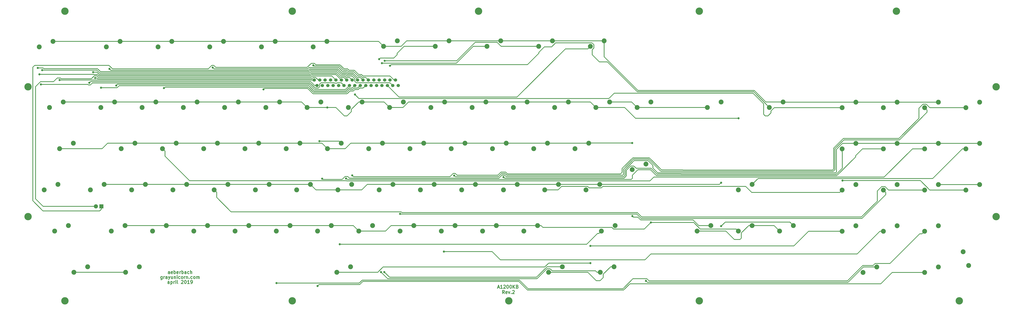
<source format=gbr>
G04 #@! TF.GenerationSoftware,KiCad,Pcbnew,(5.1.0-0)*
G04 #@! TF.CreationDate,2019-04-14T21:30:17+10:00*
G04 #@! TF.ProjectId,A1200KB,41313230-304b-4422-9e6b-696361645f70,rev?*
G04 #@! TF.SameCoordinates,Original*
G04 #@! TF.FileFunction,Copper,L1,Top*
G04 #@! TF.FilePolarity,Positive*
%FSLAX46Y46*%
G04 Gerber Fmt 4.6, Leading zero omitted, Abs format (unit mm)*
G04 Created by KiCad (PCBNEW (5.1.0-0)) date 2019-04-14 21:30:17*
%MOMM*%
%LPD*%
G04 APERTURE LIST*
%ADD10C,0.300000*%
%ADD11C,2.250000*%
%ADD12C,3.400000*%
%ADD13C,1.524000*%
%ADD14C,1.905000*%
%ADD15R,1.905000X1.905000*%
%ADD16C,1.000000*%
%ADD17C,0.350000*%
G04 APERTURE END LIST*
D10*
X237988571Y-148658571D02*
X237488571Y-147944285D01*
X237131428Y-148658571D02*
X237131428Y-147158571D01*
X237702857Y-147158571D01*
X237845714Y-147230000D01*
X237917142Y-147301428D01*
X237988571Y-147444285D01*
X237988571Y-147658571D01*
X237917142Y-147801428D01*
X237845714Y-147872857D01*
X237702857Y-147944285D01*
X237131428Y-147944285D01*
X239202857Y-148587142D02*
X239060000Y-148658571D01*
X238774285Y-148658571D01*
X238631428Y-148587142D01*
X238560000Y-148444285D01*
X238560000Y-147872857D01*
X238631428Y-147730000D01*
X238774285Y-147658571D01*
X239060000Y-147658571D01*
X239202857Y-147730000D01*
X239274285Y-147872857D01*
X239274285Y-148015714D01*
X238560000Y-148158571D01*
X239774285Y-147658571D02*
X240131428Y-148658571D01*
X240488571Y-147658571D01*
X241060000Y-148515714D02*
X241131428Y-148587142D01*
X241060000Y-148658571D01*
X240988571Y-148587142D01*
X241060000Y-148515714D01*
X241060000Y-148658571D01*
X241702857Y-147301428D02*
X241774285Y-147230000D01*
X241917142Y-147158571D01*
X242274285Y-147158571D01*
X242417142Y-147230000D01*
X242488571Y-147301428D01*
X242560000Y-147444285D01*
X242560000Y-147587142D01*
X242488571Y-147801428D01*
X241631428Y-148658571D01*
X242560000Y-148658571D01*
X234885714Y-145770000D02*
X235600000Y-145770000D01*
X234742857Y-146198571D02*
X235242857Y-144698571D01*
X235742857Y-146198571D01*
X237028571Y-146198571D02*
X236171428Y-146198571D01*
X236600000Y-146198571D02*
X236600000Y-144698571D01*
X236457142Y-144912857D01*
X236314285Y-145055714D01*
X236171428Y-145127142D01*
X237600000Y-144841428D02*
X237671428Y-144770000D01*
X237814285Y-144698571D01*
X238171428Y-144698571D01*
X238314285Y-144770000D01*
X238385714Y-144841428D01*
X238457142Y-144984285D01*
X238457142Y-145127142D01*
X238385714Y-145341428D01*
X237528571Y-146198571D01*
X238457142Y-146198571D01*
X239385714Y-144698571D02*
X239528571Y-144698571D01*
X239671428Y-144770000D01*
X239742857Y-144841428D01*
X239814285Y-144984285D01*
X239885714Y-145270000D01*
X239885714Y-145627142D01*
X239814285Y-145912857D01*
X239742857Y-146055714D01*
X239671428Y-146127142D01*
X239528571Y-146198571D01*
X239385714Y-146198571D01*
X239242857Y-146127142D01*
X239171428Y-146055714D01*
X239100000Y-145912857D01*
X239028571Y-145627142D01*
X239028571Y-145270000D01*
X239100000Y-144984285D01*
X239171428Y-144841428D01*
X239242857Y-144770000D01*
X239385714Y-144698571D01*
X240814285Y-144698571D02*
X240957142Y-144698571D01*
X241100000Y-144770000D01*
X241171428Y-144841428D01*
X241242857Y-144984285D01*
X241314285Y-145270000D01*
X241314285Y-145627142D01*
X241242857Y-145912857D01*
X241171428Y-146055714D01*
X241100000Y-146127142D01*
X240957142Y-146198571D01*
X240814285Y-146198571D01*
X240671428Y-146127142D01*
X240600000Y-146055714D01*
X240528571Y-145912857D01*
X240457142Y-145627142D01*
X240457142Y-145270000D01*
X240528571Y-144984285D01*
X240600000Y-144841428D01*
X240671428Y-144770000D01*
X240814285Y-144698571D01*
X241957142Y-146198571D02*
X241957142Y-144698571D01*
X242814285Y-146198571D02*
X242171428Y-145341428D01*
X242814285Y-144698571D02*
X241957142Y-145555714D01*
X243957142Y-145412857D02*
X244171428Y-145484285D01*
X244242857Y-145555714D01*
X244314285Y-145698571D01*
X244314285Y-145912857D01*
X244242857Y-146055714D01*
X244171428Y-146127142D01*
X244028571Y-146198571D01*
X243457142Y-146198571D01*
X243457142Y-144698571D01*
X243957142Y-144698571D01*
X244100000Y-144770000D01*
X244171428Y-144841428D01*
X244242857Y-144984285D01*
X244242857Y-145127142D01*
X244171428Y-145270000D01*
X244100000Y-145341428D01*
X243957142Y-145412857D01*
X243457142Y-145412857D01*
X83202000Y-143994571D02*
X83202000Y-143208857D01*
X83130571Y-143066000D01*
X82987714Y-142994571D01*
X82702000Y-142994571D01*
X82559142Y-143066000D01*
X83202000Y-143923142D02*
X83059142Y-143994571D01*
X82702000Y-143994571D01*
X82559142Y-143923142D01*
X82487714Y-143780285D01*
X82487714Y-143637428D01*
X82559142Y-143494571D01*
X82702000Y-143423142D01*
X83059142Y-143423142D01*
X83202000Y-143351714D01*
X83916285Y-142994571D02*
X83916285Y-144494571D01*
X83916285Y-143066000D02*
X84059142Y-142994571D01*
X84344857Y-142994571D01*
X84487714Y-143066000D01*
X84559142Y-143137428D01*
X84630571Y-143280285D01*
X84630571Y-143708857D01*
X84559142Y-143851714D01*
X84487714Y-143923142D01*
X84344857Y-143994571D01*
X84059142Y-143994571D01*
X83916285Y-143923142D01*
X85273428Y-143994571D02*
X85273428Y-142994571D01*
X85273428Y-143280285D02*
X85344857Y-143137428D01*
X85416285Y-143066000D01*
X85559142Y-142994571D01*
X85702000Y-142994571D01*
X86202000Y-143994571D02*
X86202000Y-142994571D01*
X86202000Y-142494571D02*
X86130571Y-142566000D01*
X86202000Y-142637428D01*
X86273428Y-142566000D01*
X86202000Y-142494571D01*
X86202000Y-142637428D01*
X87130571Y-143994571D02*
X86987714Y-143923142D01*
X86916285Y-143780285D01*
X86916285Y-142494571D01*
X88773428Y-142637428D02*
X88844857Y-142566000D01*
X88987714Y-142494571D01*
X89344857Y-142494571D01*
X89487714Y-142566000D01*
X89559142Y-142637428D01*
X89630571Y-142780285D01*
X89630571Y-142923142D01*
X89559142Y-143137428D01*
X88702000Y-143994571D01*
X89630571Y-143994571D01*
X90559142Y-142494571D02*
X90702000Y-142494571D01*
X90844857Y-142566000D01*
X90916285Y-142637428D01*
X90987714Y-142780285D01*
X91059142Y-143066000D01*
X91059142Y-143423142D01*
X90987714Y-143708857D01*
X90916285Y-143851714D01*
X90844857Y-143923142D01*
X90702000Y-143994571D01*
X90559142Y-143994571D01*
X90416285Y-143923142D01*
X90344857Y-143851714D01*
X90273428Y-143708857D01*
X90202000Y-143423142D01*
X90202000Y-143066000D01*
X90273428Y-142780285D01*
X90344857Y-142637428D01*
X90416285Y-142566000D01*
X90559142Y-142494571D01*
X92487714Y-143994571D02*
X91630571Y-143994571D01*
X92059142Y-143994571D02*
X92059142Y-142494571D01*
X91916285Y-142708857D01*
X91773428Y-142851714D01*
X91630571Y-142923142D01*
X93202000Y-143994571D02*
X93487714Y-143994571D01*
X93630571Y-143923142D01*
X93702000Y-143851714D01*
X93844857Y-143637428D01*
X93916285Y-143351714D01*
X93916285Y-142780285D01*
X93844857Y-142637428D01*
X93773428Y-142566000D01*
X93630571Y-142494571D01*
X93344857Y-142494571D01*
X93202000Y-142566000D01*
X93130571Y-142637428D01*
X93059142Y-142780285D01*
X93059142Y-143137428D01*
X93130571Y-143280285D01*
X93202000Y-143351714D01*
X93344857Y-143423142D01*
X93630571Y-143423142D01*
X93773428Y-143351714D01*
X93844857Y-143280285D01*
X93916285Y-143137428D01*
X79952000Y-140708571D02*
X79952000Y-141922857D01*
X79880571Y-142065714D01*
X79809142Y-142137142D01*
X79666285Y-142208571D01*
X79452000Y-142208571D01*
X79309142Y-142137142D01*
X79952000Y-141637142D02*
X79809142Y-141708571D01*
X79523428Y-141708571D01*
X79380571Y-141637142D01*
X79309142Y-141565714D01*
X79237714Y-141422857D01*
X79237714Y-140994285D01*
X79309142Y-140851428D01*
X79380571Y-140780000D01*
X79523428Y-140708571D01*
X79809142Y-140708571D01*
X79952000Y-140780000D01*
X80666285Y-141708571D02*
X80666285Y-140708571D01*
X80666285Y-140994285D02*
X80737714Y-140851428D01*
X80809142Y-140780000D01*
X80952000Y-140708571D01*
X81094857Y-140708571D01*
X82237714Y-141708571D02*
X82237714Y-140922857D01*
X82166285Y-140780000D01*
X82023428Y-140708571D01*
X81737714Y-140708571D01*
X81594857Y-140780000D01*
X82237714Y-141637142D02*
X82094857Y-141708571D01*
X81737714Y-141708571D01*
X81594857Y-141637142D01*
X81523428Y-141494285D01*
X81523428Y-141351428D01*
X81594857Y-141208571D01*
X81737714Y-141137142D01*
X82094857Y-141137142D01*
X82237714Y-141065714D01*
X82809142Y-140708571D02*
X83166285Y-141708571D01*
X83523428Y-140708571D02*
X83166285Y-141708571D01*
X83023428Y-142065714D01*
X82952000Y-142137142D01*
X82809142Y-142208571D01*
X84737714Y-140708571D02*
X84737714Y-141708571D01*
X84094857Y-140708571D02*
X84094857Y-141494285D01*
X84166285Y-141637142D01*
X84309142Y-141708571D01*
X84523428Y-141708571D01*
X84666285Y-141637142D01*
X84737714Y-141565714D01*
X85452000Y-140708571D02*
X85452000Y-141708571D01*
X85452000Y-140851428D02*
X85523428Y-140780000D01*
X85666285Y-140708571D01*
X85880571Y-140708571D01*
X86023428Y-140780000D01*
X86094857Y-140922857D01*
X86094857Y-141708571D01*
X86809142Y-141708571D02*
X86809142Y-140708571D01*
X86809142Y-140208571D02*
X86737714Y-140280000D01*
X86809142Y-140351428D01*
X86880571Y-140280000D01*
X86809142Y-140208571D01*
X86809142Y-140351428D01*
X88166285Y-141637142D02*
X88023428Y-141708571D01*
X87737714Y-141708571D01*
X87594857Y-141637142D01*
X87523428Y-141565714D01*
X87452000Y-141422857D01*
X87452000Y-140994285D01*
X87523428Y-140851428D01*
X87594857Y-140780000D01*
X87737714Y-140708571D01*
X88023428Y-140708571D01*
X88166285Y-140780000D01*
X89023428Y-141708571D02*
X88880571Y-141637142D01*
X88809142Y-141565714D01*
X88737714Y-141422857D01*
X88737714Y-140994285D01*
X88809142Y-140851428D01*
X88880571Y-140780000D01*
X89023428Y-140708571D01*
X89237714Y-140708571D01*
X89380571Y-140780000D01*
X89452000Y-140851428D01*
X89523428Y-140994285D01*
X89523428Y-141422857D01*
X89452000Y-141565714D01*
X89380571Y-141637142D01*
X89237714Y-141708571D01*
X89023428Y-141708571D01*
X90166285Y-141708571D02*
X90166285Y-140708571D01*
X90166285Y-140994285D02*
X90237714Y-140851428D01*
X90309142Y-140780000D01*
X90452000Y-140708571D01*
X90594857Y-140708571D01*
X91094857Y-140708571D02*
X91094857Y-141708571D01*
X91094857Y-140851428D02*
X91166285Y-140780000D01*
X91309142Y-140708571D01*
X91523428Y-140708571D01*
X91666285Y-140780000D01*
X91737714Y-140922857D01*
X91737714Y-141708571D01*
X92452000Y-141565714D02*
X92523428Y-141637142D01*
X92452000Y-141708571D01*
X92380571Y-141637142D01*
X92452000Y-141565714D01*
X92452000Y-141708571D01*
X93809142Y-141637142D02*
X93666285Y-141708571D01*
X93380571Y-141708571D01*
X93237714Y-141637142D01*
X93166285Y-141565714D01*
X93094857Y-141422857D01*
X93094857Y-140994285D01*
X93166285Y-140851428D01*
X93237714Y-140780000D01*
X93380571Y-140708571D01*
X93666285Y-140708571D01*
X93809142Y-140780000D01*
X94666285Y-141708571D02*
X94523428Y-141637142D01*
X94452000Y-141565714D01*
X94380571Y-141422857D01*
X94380571Y-140994285D01*
X94452000Y-140851428D01*
X94523428Y-140780000D01*
X94666285Y-140708571D01*
X94880571Y-140708571D01*
X95023428Y-140780000D01*
X95094857Y-140851428D01*
X95166285Y-140994285D01*
X95166285Y-141422857D01*
X95094857Y-141565714D01*
X95023428Y-141637142D01*
X94880571Y-141708571D01*
X94666285Y-141708571D01*
X95809142Y-141708571D02*
X95809142Y-140708571D01*
X95809142Y-140851428D02*
X95880571Y-140780000D01*
X96023428Y-140708571D01*
X96237714Y-140708571D01*
X96380571Y-140780000D01*
X96452000Y-140922857D01*
X96452000Y-141708571D01*
X96452000Y-140922857D02*
X96523428Y-140780000D01*
X96666285Y-140708571D01*
X96880571Y-140708571D01*
X97023428Y-140780000D01*
X97094857Y-140922857D01*
X97094857Y-141708571D01*
X83416285Y-139422571D02*
X83416285Y-138636857D01*
X83344857Y-138494000D01*
X83202000Y-138422571D01*
X82916285Y-138422571D01*
X82773428Y-138494000D01*
X83416285Y-139351142D02*
X83273428Y-139422571D01*
X82916285Y-139422571D01*
X82773428Y-139351142D01*
X82702000Y-139208285D01*
X82702000Y-139065428D01*
X82773428Y-138922571D01*
X82916285Y-138851142D01*
X83273428Y-138851142D01*
X83416285Y-138779714D01*
X84702000Y-139351142D02*
X84559142Y-139422571D01*
X84273428Y-139422571D01*
X84130571Y-139351142D01*
X84059142Y-139208285D01*
X84059142Y-138636857D01*
X84130571Y-138494000D01*
X84273428Y-138422571D01*
X84559142Y-138422571D01*
X84702000Y-138494000D01*
X84773428Y-138636857D01*
X84773428Y-138779714D01*
X84059142Y-138922571D01*
X85416285Y-139422571D02*
X85416285Y-137922571D01*
X85416285Y-138494000D02*
X85559142Y-138422571D01*
X85844857Y-138422571D01*
X85987714Y-138494000D01*
X86059142Y-138565428D01*
X86130571Y-138708285D01*
X86130571Y-139136857D01*
X86059142Y-139279714D01*
X85987714Y-139351142D01*
X85844857Y-139422571D01*
X85559142Y-139422571D01*
X85416285Y-139351142D01*
X87344857Y-139351142D02*
X87202000Y-139422571D01*
X86916285Y-139422571D01*
X86773428Y-139351142D01*
X86702000Y-139208285D01*
X86702000Y-138636857D01*
X86773428Y-138494000D01*
X86916285Y-138422571D01*
X87202000Y-138422571D01*
X87344857Y-138494000D01*
X87416285Y-138636857D01*
X87416285Y-138779714D01*
X86702000Y-138922571D01*
X88059142Y-139422571D02*
X88059142Y-138422571D01*
X88059142Y-138708285D02*
X88130571Y-138565428D01*
X88202000Y-138494000D01*
X88344857Y-138422571D01*
X88487714Y-138422571D01*
X88987714Y-139422571D02*
X88987714Y-137922571D01*
X88987714Y-138494000D02*
X89130571Y-138422571D01*
X89416285Y-138422571D01*
X89559142Y-138494000D01*
X89630571Y-138565428D01*
X89702000Y-138708285D01*
X89702000Y-139136857D01*
X89630571Y-139279714D01*
X89559142Y-139351142D01*
X89416285Y-139422571D01*
X89130571Y-139422571D01*
X88987714Y-139351142D01*
X90987714Y-139422571D02*
X90987714Y-138636857D01*
X90916285Y-138494000D01*
X90773428Y-138422571D01*
X90487714Y-138422571D01*
X90344857Y-138494000D01*
X90987714Y-139351142D02*
X90844857Y-139422571D01*
X90487714Y-139422571D01*
X90344857Y-139351142D01*
X90273428Y-139208285D01*
X90273428Y-139065428D01*
X90344857Y-138922571D01*
X90487714Y-138851142D01*
X90844857Y-138851142D01*
X90987714Y-138779714D01*
X92344857Y-139351142D02*
X92202000Y-139422571D01*
X91916285Y-139422571D01*
X91773428Y-139351142D01*
X91702000Y-139279714D01*
X91630571Y-139136857D01*
X91630571Y-138708285D01*
X91702000Y-138565428D01*
X91773428Y-138494000D01*
X91916285Y-138422571D01*
X92202000Y-138422571D01*
X92344857Y-138494000D01*
X92987714Y-139422571D02*
X92987714Y-137922571D01*
X93630571Y-139422571D02*
X93630571Y-138636857D01*
X93559142Y-138494000D01*
X93416285Y-138422571D01*
X93202000Y-138422571D01*
X93059142Y-138494000D01*
X92987714Y-138565428D01*
D11*
X182196000Y-34304000D03*
X188546000Y-31764000D03*
X205564000Y-98118000D03*
X199214000Y-100658000D03*
X156034000Y-31990000D03*
X149684000Y-34530000D03*
D12*
X240000000Y-152000000D03*
X140000000Y-18000000D03*
X35000000Y-18000000D03*
X419000000Y-18000000D03*
X328000000Y-18000000D03*
X226000000Y-18000000D03*
X465000000Y-113000000D03*
X465000000Y-53000000D03*
X448000000Y-152000000D03*
X328000000Y-152000000D03*
X140000000Y-152000000D03*
X35000000Y-152000000D03*
X18000000Y-113000000D03*
X18000000Y-53000000D03*
D11*
X297004000Y-91260000D03*
X303354000Y-88720000D03*
X400266000Y-79122000D03*
X393916000Y-81662000D03*
X419316000Y-117222000D03*
X412966000Y-119762000D03*
X153240000Y-60018000D03*
X146890000Y-62558000D03*
X29542000Y-32018000D03*
X23192000Y-34558000D03*
X57990000Y-60018000D03*
X51640000Y-62558000D03*
X77040000Y-60018000D03*
X70690000Y-62558000D03*
X96090000Y-60018000D03*
X89740000Y-62558000D03*
X115140000Y-60018000D03*
X108790000Y-62558000D03*
X134190000Y-60018000D03*
X127840000Y-62558000D03*
X172290000Y-60018000D03*
X165940000Y-62558000D03*
X191340000Y-60018000D03*
X184990000Y-62558000D03*
X210390000Y-60018000D03*
X204040000Y-62558000D03*
X229440000Y-60018000D03*
X223090000Y-62558000D03*
X248490000Y-60018000D03*
X242140000Y-62558000D03*
X267540000Y-60018000D03*
X261190000Y-62558000D03*
X286590000Y-60018000D03*
X280240000Y-62558000D03*
X305640000Y-60018000D03*
X299290000Y-62558000D03*
X400266000Y-60072000D03*
X393916000Y-62612000D03*
X419316000Y-60072000D03*
X412966000Y-62612000D03*
X438366000Y-60072000D03*
X432016000Y-62612000D03*
X457416000Y-60072000D03*
X451066000Y-62612000D03*
X67388000Y-79068000D03*
X61038000Y-81608000D03*
X86438000Y-79068000D03*
X80088000Y-81608000D03*
X105488000Y-79068000D03*
X99138000Y-81608000D03*
X124538000Y-79068000D03*
X118188000Y-81608000D03*
X143588000Y-79068000D03*
X137238000Y-81608000D03*
X162638000Y-79068000D03*
X156288000Y-81608000D03*
X181688000Y-79068000D03*
X175338000Y-81608000D03*
X200738000Y-79068000D03*
X194388000Y-81608000D03*
X219788000Y-79068000D03*
X213438000Y-81608000D03*
X238838000Y-79068000D03*
X232488000Y-81608000D03*
X257888000Y-79068000D03*
X251538000Y-81608000D03*
X276938000Y-79068000D03*
X270588000Y-81608000D03*
X419316000Y-79122000D03*
X412966000Y-81662000D03*
X438366000Y-79122000D03*
X432016000Y-81662000D03*
X457416000Y-79122000D03*
X451066000Y-81662000D03*
X72214000Y-98118000D03*
X65864000Y-100658000D03*
X91264000Y-98118000D03*
X84914000Y-100658000D03*
X110314000Y-98118000D03*
X103964000Y-100658000D03*
X129364000Y-98118000D03*
X123014000Y-100658000D03*
X148414000Y-98118000D03*
X142064000Y-100658000D03*
X167464000Y-98118000D03*
X161114000Y-100658000D03*
X186514000Y-98118000D03*
X180164000Y-100658000D03*
X224614000Y-98118000D03*
X218264000Y-100658000D03*
X243918000Y-98118000D03*
X237568000Y-100658000D03*
X262968000Y-98118000D03*
X256618000Y-100658000D03*
X282018000Y-98118000D03*
X275668000Y-100658000D03*
X352384000Y-98118000D03*
X346034000Y-100658000D03*
X400266000Y-98172000D03*
X393916000Y-100712000D03*
X419316000Y-98172000D03*
X412966000Y-100712000D03*
X438366000Y-98172000D03*
X432016000Y-100712000D03*
X457416000Y-98172000D03*
X451066000Y-100712000D03*
X62816000Y-117168000D03*
X56466000Y-119708000D03*
X81866000Y-117168000D03*
X75516000Y-119708000D03*
X100916000Y-117168000D03*
X94566000Y-119708000D03*
X119966000Y-117168000D03*
X113616000Y-119708000D03*
X139016000Y-117168000D03*
X132666000Y-119708000D03*
X158066000Y-117168000D03*
X151716000Y-119708000D03*
X177116000Y-117168000D03*
X170766000Y-119708000D03*
X196166000Y-117168000D03*
X189816000Y-119708000D03*
X208870000Y-119710000D03*
X215220000Y-117170000D03*
X234260000Y-117190000D03*
X227910000Y-119730000D03*
X253316000Y-117168000D03*
X246966000Y-119708000D03*
X333334000Y-117168000D03*
X326984000Y-119708000D03*
X352384000Y-117168000D03*
X346034000Y-119708000D03*
X371434000Y-117168000D03*
X365084000Y-119708000D03*
X400266000Y-117222000D03*
X393916000Y-119762000D03*
X438366000Y-117222000D03*
X432016000Y-119762000D03*
X438366000Y-136272000D03*
X432016000Y-138812000D03*
X366658000Y-60004000D03*
X360308000Y-62544000D03*
X34212000Y-60018000D03*
X27862000Y-62558000D03*
X338062000Y-60004000D03*
X331712000Y-62544000D03*
X264746000Y-136218000D03*
X258396000Y-138758000D03*
D13*
X150160000Y-49890000D03*
X151410000Y-52390000D03*
X152660000Y-49890000D03*
X153910000Y-52390000D03*
X155160000Y-49890000D03*
X156410000Y-52390000D03*
X157660000Y-49890000D03*
X158910000Y-52390000D03*
X160160000Y-49890000D03*
X161410000Y-52390000D03*
X162660000Y-49890000D03*
X163910000Y-52390000D03*
X165160000Y-49890000D03*
X166410000Y-52390000D03*
X167660000Y-49890000D03*
X168910000Y-52390000D03*
X170160000Y-49890000D03*
X171410000Y-52390000D03*
X172660000Y-49890000D03*
X173910000Y-52390000D03*
X175160000Y-49890000D03*
X176410000Y-52390000D03*
X177660000Y-49890000D03*
X178910000Y-52390000D03*
X180160000Y-49890000D03*
X181410000Y-52390000D03*
X182660000Y-49890000D03*
X183910000Y-52390000D03*
X185160000Y-49890000D03*
X186410000Y-52390000D03*
X187660000Y-49890000D03*
X188910000Y-52390000D03*
D11*
X54180000Y-34558000D03*
X60530000Y-32018000D03*
X78056000Y-34530000D03*
X84406000Y-31990000D03*
X108282000Y-32018000D03*
X101932000Y-34558000D03*
X125808000Y-34530000D03*
X132158000Y-31990000D03*
X212422000Y-31764000D03*
X206072000Y-34304000D03*
X229948000Y-34304000D03*
X236298000Y-31764000D03*
X260174000Y-31764000D03*
X253824000Y-34304000D03*
X277700000Y-34304000D03*
X284050000Y-31764000D03*
X32590000Y-81608000D03*
X38940000Y-79068000D03*
X31828000Y-98118000D03*
X25478000Y-100658000D03*
X53164000Y-98118000D03*
X46814000Y-100658000D03*
D14*
X49354000Y-108278000D03*
D15*
X51894000Y-108278000D03*
D11*
X30304000Y-119708000D03*
X36654000Y-117168000D03*
X282780000Y-119708000D03*
X289130000Y-117168000D03*
X449796000Y-129314000D03*
X452336000Y-135664000D03*
X45544000Y-136218000D03*
X39194000Y-138758000D03*
X63070000Y-138758000D03*
X69420000Y-136218000D03*
X160606000Y-138758000D03*
X166956000Y-136218000D03*
X282272000Y-138758000D03*
X288622000Y-136218000D03*
X403568000Y-138812000D03*
X409918000Y-136272000D03*
D16*
X24505001Y-45264999D03*
X167650000Y-93950000D03*
X55550000Y-44700000D03*
X80771000Y-53589000D03*
X103273099Y-44096901D03*
X132721099Y-143778901D03*
X126715001Y-54154999D03*
X151680000Y-145150000D03*
X149764001Y-43105999D03*
X164830000Y-95450000D03*
X152550000Y-78160000D03*
X210050000Y-129220000D03*
X237568000Y-94742000D03*
X180160000Y-40210000D03*
X181400000Y-42070000D03*
X277630000Y-126560000D03*
X277660000Y-134540000D03*
X182660000Y-40950000D03*
X303300000Y-142720000D03*
X185160000Y-43260000D03*
X22480000Y-44290000D03*
X161956001Y-125783999D03*
X156180000Y-62550000D03*
X346073099Y-67566901D03*
X51670000Y-53390000D03*
X394080000Y-96360000D03*
X168915000Y-56575000D03*
X189816000Y-111784000D03*
X181006001Y-138696001D03*
X32530000Y-49890000D03*
X297015000Y-112775000D03*
X297004000Y-78984000D03*
X182520000Y-138670000D03*
X46307249Y-51152751D03*
X338062000Y-117468000D03*
X338062000Y-97348000D03*
X23250000Y-47280000D03*
X49019999Y-48909999D03*
X305600000Y-115760000D03*
X23900000Y-51900000D03*
X153830000Y-95460000D03*
X48040000Y-46240000D03*
X58680000Y-52410000D03*
X214779099Y-94040901D03*
D17*
X29542000Y-32018000D02*
X60530000Y-32018000D01*
X84378000Y-32018000D02*
X84406000Y-31990000D01*
X60530000Y-32018000D02*
X84378000Y-32018000D01*
X108254000Y-31990000D02*
X108282000Y-32018000D01*
X84406000Y-31990000D02*
X108254000Y-31990000D01*
X132130000Y-32018000D02*
X132158000Y-31990000D01*
X108282000Y-32018000D02*
X132130000Y-32018000D01*
X132158000Y-31990000D02*
X156034000Y-31990000D01*
X179882000Y-31990000D02*
X182196000Y-34304000D01*
X156034000Y-31990000D02*
X179882000Y-31990000D01*
X182196000Y-34304000D02*
X190276000Y-34304000D01*
X192816000Y-31764000D02*
X212422000Y-31764000D01*
X190276000Y-34304000D02*
X192816000Y-31764000D01*
X212422000Y-31764000D02*
X236298000Y-31764000D01*
X236298000Y-31764000D02*
X260174000Y-31764000D01*
X261764990Y-31764000D02*
X284050000Y-31764000D01*
X260174000Y-31764000D02*
X261764990Y-31764000D01*
X438366000Y-60072000D02*
X419316000Y-60072000D01*
X419316000Y-60072000D02*
X400266000Y-60072000D01*
X366726000Y-60072000D02*
X366658000Y-60004000D01*
X400266000Y-60072000D02*
X366726000Y-60072000D01*
X284050000Y-39110788D02*
X284050000Y-31764000D01*
X299599202Y-54659990D02*
X284050000Y-39110788D01*
X353343242Y-54659990D02*
X299599202Y-54659990D01*
X358687252Y-60004000D02*
X353343242Y-54659990D01*
X366658000Y-60004000D02*
X358687252Y-60004000D01*
X164842251Y-48652999D02*
X164179242Y-47989990D01*
X166422999Y-48652999D02*
X164842251Y-48652999D01*
X167660000Y-49890000D02*
X166422999Y-48652999D01*
X162598494Y-47989990D02*
X160661463Y-46052959D01*
X164179242Y-47989990D02*
X162598494Y-47989990D01*
X148539285Y-46052959D02*
X148539283Y-46052961D01*
X160661463Y-46052959D02*
X148539285Y-46052959D01*
X148539283Y-46052961D02*
X147952294Y-46639950D01*
X147952294Y-46639950D02*
X51134064Y-46639950D01*
X49759113Y-45264999D02*
X24505001Y-45264999D01*
X51134064Y-46639950D02*
X49759113Y-45264999D01*
X24505001Y-45264999D02*
X24505001Y-45264999D01*
X429395999Y-62863999D02*
X429395999Y-67594749D01*
X431247999Y-61011999D02*
X429395999Y-62863999D01*
X434384002Y-62612000D02*
X432784001Y-61011999D01*
X432784001Y-61011999D02*
X431247999Y-61011999D01*
X451066000Y-62612000D02*
X434384002Y-62612000D01*
X420118759Y-76871989D02*
X418657243Y-76871989D01*
X429395999Y-67594749D02*
X420118759Y-76871989D01*
X394499505Y-76871989D02*
X389995979Y-81375515D01*
X418657243Y-76871989D02*
X394499505Y-76871989D01*
X389995979Y-91014021D02*
X389525061Y-91484939D01*
X389995979Y-81375515D02*
X389995979Y-91014021D01*
X389525061Y-91484939D02*
X372950000Y-91484939D01*
X320377756Y-91460000D02*
X310508504Y-91460000D01*
X320402695Y-91484939D02*
X320377756Y-91460000D01*
X372950000Y-91484939D02*
X320402695Y-91484939D01*
X310508504Y-91460000D02*
X304868483Y-85819979D01*
X297318263Y-85819979D02*
X293018242Y-90120000D01*
X304868483Y-85819979D02*
X297318263Y-85819979D01*
X293018242Y-90120000D02*
X292349970Y-90788272D01*
X292349970Y-92510030D02*
X291592051Y-93267949D01*
X292349970Y-90788272D02*
X292349970Y-92510030D01*
X291592051Y-93267949D02*
X239750000Y-93267949D01*
X239375455Y-93267949D02*
X238574485Y-92466979D01*
X239750000Y-93267949D02*
X239375455Y-93267949D01*
X236344517Y-92466979D02*
X234893537Y-93917959D01*
X238574485Y-92466979D02*
X236344517Y-92466979D01*
X216099159Y-93917959D02*
X215247100Y-93065900D01*
X234893537Y-93917959D02*
X216099159Y-93917959D01*
X214311098Y-93065900D02*
X212809029Y-94567969D01*
X215247100Y-93065900D02*
X214311098Y-93065900D01*
X212809029Y-94567969D02*
X168267969Y-94567969D01*
X168267969Y-94567969D02*
X167650000Y-93950000D01*
X167650000Y-93950000D02*
X167650000Y-93950000D01*
X170160000Y-49639986D02*
X167872995Y-47352981D01*
X170160000Y-49890000D02*
X170160000Y-49639986D01*
X165380737Y-47352981D02*
X164717726Y-46689970D01*
X167872995Y-47352981D02*
X165380737Y-47352981D01*
X163136978Y-46689970D02*
X161199947Y-44752939D01*
X164717726Y-46689970D02*
X163136978Y-46689970D01*
X148000801Y-44752939D02*
X148000799Y-44752941D01*
X161199947Y-44752939D02*
X148000801Y-44752939D01*
X148000799Y-44752941D02*
X147413810Y-45339930D01*
X147413810Y-45339930D02*
X56189930Y-45339930D01*
X56189930Y-45339930D02*
X55550000Y-44700000D01*
X55550000Y-44700000D02*
X55550000Y-44700000D01*
X81212999Y-82732999D02*
X80088000Y-81608000D01*
X81212999Y-85116973D02*
X81212999Y-82732999D01*
X92546026Y-96450000D02*
X81212999Y-85116973D01*
X165114002Y-96450000D02*
X92546026Y-96450000D01*
X165182001Y-96517999D02*
X165114002Y-96450000D01*
X305174003Y-96517999D02*
X165182001Y-96517999D01*
X432016000Y-81662000D02*
X426394002Y-81662000D01*
X426394002Y-81662000D02*
X413321013Y-94734989D01*
X306957013Y-94734989D02*
X305174003Y-96517999D01*
X413321013Y-94734989D02*
X306957013Y-94734989D01*
X170172999Y-53627001D02*
X168592251Y-53627001D01*
X171410000Y-52390000D02*
X170172999Y-53627001D01*
X167942241Y-54277011D02*
X167273003Y-54277011D01*
X168592251Y-53627001D02*
X167942241Y-54277011D01*
X166361493Y-54277011D02*
X165061473Y-55577031D01*
X167273003Y-54277011D02*
X166361493Y-54277011D01*
X149842393Y-55577031D02*
X149842389Y-55577027D01*
X165061473Y-55577031D02*
X149842393Y-55577031D01*
X149842389Y-55577027D02*
X147405412Y-53140050D01*
X147405412Y-53140050D02*
X81369950Y-53140050D01*
X81369950Y-53140050D02*
X80860000Y-53650000D01*
X105088999Y-101782999D02*
X103964000Y-100658000D01*
X105088999Y-104166973D02*
X105088999Y-101782999D01*
X111732026Y-110810000D02*
X105088999Y-104166973D01*
X190284001Y-110808999D02*
X120751001Y-110808999D01*
X190624992Y-111149990D02*
X190284001Y-110808999D01*
X299348493Y-111149989D02*
X190624992Y-111149990D01*
X402826760Y-113199990D02*
X301398494Y-113199990D01*
X120751001Y-110808999D02*
X120750000Y-110810000D01*
X301398494Y-113199990D02*
X299348493Y-111149989D01*
X410140000Y-105886750D02*
X402826760Y-113199990D01*
X120750000Y-110810000D02*
X111732026Y-110810000D01*
X413734001Y-99111999D02*
X412197999Y-99111999D01*
X410140000Y-101169998D02*
X410140000Y-105886750D01*
X432016000Y-100712000D02*
X415334002Y-100712000D01*
X412197999Y-99111999D02*
X410140000Y-101169998D01*
X415334002Y-100712000D02*
X413734001Y-99111999D01*
X171422999Y-48652999D02*
X170092265Y-48652999D01*
X172660000Y-49890000D02*
X171422999Y-48652999D01*
X168142237Y-46702971D02*
X165649979Y-46702971D01*
X170092265Y-48652999D02*
X168142237Y-46702971D01*
X164986968Y-46039960D02*
X163406220Y-46039960D01*
X165649979Y-46702971D02*
X164986968Y-46039960D01*
X163406220Y-46039960D02*
X161469189Y-44102929D01*
X147731559Y-44102929D02*
X147731555Y-44102933D01*
X161469189Y-44102929D02*
X147731559Y-44102929D01*
X147731555Y-44102933D02*
X147144568Y-44689920D01*
X147144568Y-44689920D02*
X103819920Y-44689920D01*
X103819920Y-44689920D02*
X103270000Y-44140000D01*
X244890000Y-142380000D02*
X177400000Y-142380000D01*
X292700000Y-146360000D02*
X248870000Y-146360000D01*
X297315001Y-141744999D02*
X292700000Y-146360000D01*
X303768001Y-141744999D02*
X297315001Y-141744999D01*
X304773002Y-142750000D02*
X303768001Y-141744999D01*
X396322766Y-142750000D02*
X304773002Y-142750000D01*
X396332756Y-142759990D02*
X396322766Y-142750000D01*
X403470756Y-135621990D02*
X396332756Y-142759990D01*
X408218010Y-135621990D02*
X403470756Y-135621990D01*
X429740729Y-120951999D02*
X416020729Y-134671999D01*
X409168001Y-134671999D02*
X408218010Y-135621990D01*
X416020729Y-134671999D02*
X409168001Y-134671999D01*
X430826001Y-120951999D02*
X429740729Y-120951999D01*
X248870000Y-146360000D02*
X244890000Y-142380000D01*
X432016000Y-119762000D02*
X430826001Y-120951999D01*
X177400000Y-142380000D02*
X172310000Y-142380000D01*
X170911099Y-143778901D02*
X132721099Y-143778901D01*
X172310000Y-142380000D02*
X170911099Y-143778901D01*
X132721099Y-143778901D02*
X132721099Y-143778901D01*
X172672999Y-53627001D02*
X171092251Y-53627001D01*
X173910000Y-52390000D02*
X172672999Y-53627001D01*
X170442241Y-54277011D02*
X168861493Y-54277011D01*
X171092251Y-53627001D02*
X170442241Y-54277011D01*
X168211483Y-54927021D02*
X166630735Y-54927021D01*
X168861493Y-54277011D02*
X168211483Y-54927021D01*
X166630735Y-54927021D02*
X165330715Y-56227041D01*
X149573151Y-56227041D02*
X149573145Y-56227035D01*
X165330715Y-56227041D02*
X149573151Y-56227041D01*
X149573145Y-56227035D02*
X147136170Y-53790060D01*
X147136170Y-53790060D02*
X127089940Y-53790060D01*
X127089940Y-53790060D02*
X126720000Y-54160000D01*
X411747992Y-144060010D02*
X396871240Y-144060010D01*
X416996002Y-138812000D02*
X411747992Y-144060010D01*
X432016000Y-138812000D02*
X416996002Y-138812000D01*
X295919242Y-144060010D02*
X292969242Y-147010010D01*
X396871240Y-144060010D02*
X295919242Y-144060010D01*
X248600758Y-147010010D02*
X244620758Y-143030010D01*
X292969242Y-147010010D02*
X248600758Y-147010010D01*
X244620758Y-143030010D02*
X177669242Y-143030010D01*
X172579242Y-143030010D02*
X171180341Y-144428911D01*
X177669242Y-143030010D02*
X172579242Y-143030010D01*
X171180341Y-144428911D02*
X152401089Y-144428911D01*
X152401089Y-144428911D02*
X151680000Y-145150000D01*
X151680000Y-145150000D02*
X151680000Y-145150000D01*
X173922999Y-48652999D02*
X172342251Y-48652999D01*
X175160000Y-49890000D02*
X173922999Y-48652999D01*
X171692241Y-48002989D02*
X170361507Y-48002989D01*
X172342251Y-48652999D02*
X171692241Y-48002989D01*
X168411479Y-46052961D02*
X165919221Y-46052961D01*
X170361507Y-48002989D02*
X168411479Y-46052961D01*
X165256210Y-45389950D02*
X163675462Y-45389950D01*
X165919221Y-46052961D02*
X165256210Y-45389950D01*
X163675462Y-45389950D02*
X161738431Y-43452919D01*
X161738431Y-43452919D02*
X150142919Y-43452919D01*
X150142919Y-43452919D02*
X149770000Y-43080000D01*
X403347998Y-81662000D02*
X400194901Y-84815097D01*
X400194901Y-85387073D02*
X391496995Y-94084979D01*
X400194901Y-84815097D02*
X400194901Y-85387073D01*
X412966000Y-81662000D02*
X403347998Y-81662000D01*
X297084001Y-95355999D02*
X296572011Y-95867989D01*
X297084001Y-93876025D02*
X297084001Y-95355999D01*
X299628927Y-91331099D02*
X297084001Y-93876025D01*
X165451243Y-95867989D02*
X165033254Y-95450000D01*
X296572011Y-95867989D02*
X165451243Y-95867989D01*
X165033254Y-95450000D02*
X164830000Y-95450000D01*
X164830000Y-95450000D02*
X164810000Y-95450000D01*
X305423101Y-91331099D02*
X308176981Y-94084979D01*
X299628927Y-91331099D02*
X305423101Y-91331099D01*
X308176981Y-94084979D02*
X391496995Y-94084979D01*
X161730000Y-78160000D02*
X162638000Y-79068000D01*
X152550000Y-78160000D02*
X161730000Y-78160000D01*
X411375010Y-119762000D02*
X400867010Y-130270000D01*
X412966000Y-119762000D02*
X411375010Y-119762000D01*
X400867010Y-130270000D02*
X305580000Y-130270000D01*
X302878099Y-132971901D02*
X236061901Y-132971901D01*
X305580000Y-130270000D02*
X302878099Y-132971901D01*
X232310000Y-129220000D02*
X210050000Y-129220000D01*
X236061901Y-132971901D02*
X232310000Y-129220000D01*
X393996001Y-83332991D02*
X393996001Y-90653999D01*
X393916000Y-83252990D02*
X393996001Y-83332991D01*
X393996001Y-90653999D02*
X391215031Y-93434969D01*
X393916000Y-81662000D02*
X393916000Y-83252990D01*
X391215031Y-93434969D02*
X319594969Y-93434969D01*
X319580000Y-93420000D02*
X308431254Y-93420000D01*
X308431254Y-93420000D02*
X305692343Y-90681089D01*
X319594969Y-93434969D02*
X319580000Y-93420000D01*
X297772001Y-89659999D02*
X296235999Y-89659999D01*
X298793091Y-90681089D02*
X297772001Y-89659999D01*
X296235999Y-89659999D02*
X294300000Y-91595998D01*
X305692343Y-90681089D02*
X298793091Y-90681089D01*
X294300000Y-94180000D02*
X293262021Y-95217979D01*
X294300000Y-91595998D02*
X294300000Y-94180000D01*
X293262021Y-95217979D02*
X238027979Y-95217979D01*
X238027979Y-95217979D02*
X237570000Y-94760000D01*
X180659999Y-39710001D02*
X180160000Y-40210000D01*
X186943973Y-39710001D02*
X180659999Y-39710001D01*
X188468901Y-38185073D02*
X186943973Y-39710001D01*
X188468901Y-37463097D02*
X188468901Y-38185073D01*
X191627998Y-34304000D02*
X188468901Y-37463097D01*
X206072000Y-34304000D02*
X191627998Y-34304000D01*
X258208990Y-100658000D02*
X256618000Y-100658000D01*
X264396003Y-99057999D02*
X262796002Y-100658000D01*
X283446003Y-99057999D02*
X282786001Y-99718001D01*
X349357973Y-99057999D02*
X283446003Y-99057999D01*
X262796002Y-100658000D02*
X258208990Y-100658000D01*
X352147973Y-101847999D02*
X349357973Y-99057999D01*
X276436001Y-99057999D02*
X264396003Y-99057999D01*
X277096003Y-99718001D02*
X276436001Y-99057999D01*
X282786001Y-99718001D02*
X277096003Y-99718001D01*
X392780001Y-101847999D02*
X352147973Y-101847999D01*
X393916000Y-100712000D02*
X392780001Y-101847999D01*
X186370000Y-42080000D02*
X186360000Y-42070000D01*
X215759252Y-42080000D02*
X186370000Y-42080000D01*
X223535252Y-34304000D02*
X215759252Y-42080000D01*
X186360000Y-42070000D02*
X181400000Y-42070000D01*
X229948000Y-34304000D02*
X223535252Y-34304000D01*
X378458002Y-119762000D02*
X371660002Y-126560000D01*
X393916000Y-119762000D02*
X378458002Y-119762000D01*
X371660002Y-126560000D02*
X277630000Y-126560000D01*
X277630000Y-126560000D02*
X277630000Y-126560000D01*
X179501000Y-138758000D02*
X181934999Y-136324001D01*
X256623493Y-136324001D02*
X258407494Y-134540000D01*
X181934999Y-136324001D02*
X256623493Y-136324001D01*
X160606000Y-138758000D02*
X179501000Y-138758000D01*
X258407494Y-134540000D02*
X277660000Y-134540000D01*
X277660000Y-134540000D02*
X277660000Y-134540000D01*
X215970000Y-40950000D02*
X182660000Y-40950000D01*
X224505990Y-32414010D02*
X215970000Y-40950000D01*
X234580008Y-32414010D02*
X224505990Y-32414010D01*
X236469998Y-34304000D02*
X234580008Y-32414010D01*
X253824000Y-34304000D02*
X236469998Y-34304000D01*
X296750000Y-60018000D02*
X299290000Y-62558000D01*
X286590000Y-60018000D02*
X296750000Y-60018000D01*
X403739998Y-136272000D02*
X396601998Y-143410000D01*
X409918000Y-136272000D02*
X403739998Y-136272000D01*
X396601998Y-143410000D02*
X303990000Y-143410000D01*
X303990000Y-143410000D02*
X303300000Y-142720000D01*
X303300000Y-142720000D02*
X303300000Y-142720000D01*
X299304000Y-62544000D02*
X299290000Y-62558000D01*
X331712000Y-62544000D02*
X299304000Y-62544000D01*
X266127003Y-35428999D02*
X243788013Y-57767989D01*
X276575001Y-35428999D02*
X266127003Y-35428999D01*
X277700000Y-34304000D02*
X276575001Y-35428999D01*
X189287989Y-57767989D02*
X183910000Y-52390000D01*
X243788013Y-57767989D02*
X189287989Y-57767989D01*
X350793010Y-117168000D02*
X352384000Y-117168000D01*
X347375099Y-120585911D02*
X350793010Y-117168000D01*
X347375099Y-122974901D02*
X347375099Y-120585911D01*
X346751999Y-123598001D02*
X347375099Y-122974901D01*
X344115999Y-123598001D02*
X346751999Y-123598001D01*
X340225998Y-119708000D02*
X344115999Y-123598001D01*
X326984000Y-119708000D02*
X340225998Y-119708000D01*
X362544000Y-117168000D02*
X365084000Y-119708000D01*
X352384000Y-117168000D02*
X362544000Y-117168000D01*
X355117001Y-95384999D02*
X352384000Y-98118000D01*
X449475010Y-81662000D02*
X435752011Y-95384999D01*
X435752011Y-95384999D02*
X355117001Y-95384999D01*
X451066000Y-81662000D02*
X449475010Y-81662000D01*
X185689990Y-42730010D02*
X185160000Y-43260000D01*
X253904001Y-37492001D02*
X248665992Y-42730010D01*
X253904001Y-37076025D02*
X253904001Y-37492001D01*
X256448927Y-34531099D02*
X253904001Y-37076025D01*
X259774903Y-34531099D02*
X256448927Y-34531099D01*
X261602003Y-32703999D02*
X259774903Y-34531099D01*
X279300001Y-33535999D02*
X278468001Y-32703999D01*
X279300001Y-35072001D02*
X279300001Y-33535999D01*
X278482001Y-38194001D02*
X278482001Y-35890001D01*
X299329960Y-55310000D02*
X285519980Y-41500020D01*
X281788020Y-41500020D02*
X278482001Y-38194001D01*
X278468001Y-32703999D02*
X261602003Y-32703999D01*
X278482001Y-35890001D02*
X279300001Y-35072001D01*
X353074000Y-55310000D02*
X299329960Y-55310000D01*
X248665992Y-42730010D02*
X185689990Y-42730010D01*
X285519980Y-41500020D02*
X281788020Y-41500020D01*
X360308000Y-62544000D02*
X353074000Y-55310000D01*
X283613099Y-139635911D02*
X287031010Y-136218000D01*
X282171999Y-142648001D02*
X283613099Y-141206901D01*
X280353999Y-142648001D02*
X282171999Y-142648001D01*
X276463998Y-138758000D02*
X280353999Y-142648001D01*
X287031010Y-136218000D02*
X288622000Y-136218000D01*
X283613099Y-141206901D02*
X283613099Y-139635911D01*
X258396000Y-138758000D02*
X276463998Y-138758000D01*
X39194000Y-138758000D02*
X63070000Y-138758000D01*
X167603753Y-48002991D02*
X165111495Y-48002991D01*
X185147001Y-51127001D02*
X169540241Y-51127001D01*
X168897001Y-50483761D02*
X168897001Y-49296239D01*
X168897001Y-49296239D02*
X167603753Y-48002991D01*
X169540241Y-51127001D02*
X168897001Y-50483761D01*
X186410000Y-52390000D02*
X185147001Y-51127001D01*
X162867736Y-47339980D02*
X160930705Y-45402949D01*
X164448484Y-47339980D02*
X162867736Y-47339980D01*
X165111495Y-48002991D02*
X164448484Y-47339980D01*
X148270043Y-45402949D02*
X147683052Y-45989940D01*
X160930705Y-45402949D02*
X148270043Y-45402949D01*
X147683052Y-45989940D02*
X99060000Y-45989940D01*
X99060000Y-45989940D02*
X51710000Y-45989940D01*
X51403306Y-45989940D02*
X50028355Y-44614989D01*
X51710000Y-45989940D02*
X51403306Y-45989940D01*
X25297993Y-44614989D02*
X24973002Y-44289998D01*
X50028355Y-44614989D02*
X25297993Y-44614989D01*
X24037000Y-44289998D02*
X24036998Y-44290000D01*
X24973002Y-44289998D02*
X24037000Y-44289998D01*
X24036998Y-44290000D02*
X22480000Y-44290000D01*
X22480000Y-44290000D02*
X22480000Y-44290000D01*
X281655001Y-120832999D02*
X282780000Y-119708000D01*
X275975999Y-125783999D02*
X280926999Y-120832999D01*
X280926999Y-120832999D02*
X281655001Y-120832999D01*
X161956001Y-125783999D02*
X275975999Y-125783999D01*
X155160000Y-49890000D02*
X154490762Y-49890000D01*
X277700000Y-60018000D02*
X280240000Y-62558000D01*
X267540000Y-60018000D02*
X277700000Y-60018000D01*
X267540000Y-60018000D02*
X248490000Y-60018000D01*
X246899010Y-60018000D02*
X229440000Y-60018000D01*
X248490000Y-60018000D02*
X246899010Y-60018000D01*
X229440000Y-60018000D02*
X210390000Y-60018000D01*
X186580990Y-62558000D02*
X184990000Y-62558000D01*
X191168002Y-62558000D02*
X186580990Y-62558000D01*
X193708002Y-60018000D02*
X191168002Y-62558000D01*
X210390000Y-60018000D02*
X193708002Y-60018000D01*
X182450000Y-60018000D02*
X172290000Y-60018000D01*
X184990000Y-62558000D02*
X182450000Y-60018000D01*
X148480990Y-62558000D02*
X146890000Y-62558000D01*
X144350000Y-60018000D02*
X134190000Y-60018000D01*
X146890000Y-62558000D02*
X144350000Y-60018000D01*
X134190000Y-60018000D02*
X115140000Y-60018000D01*
X115140000Y-60018000D02*
X96090000Y-60018000D01*
X96090000Y-60018000D02*
X77040000Y-60018000D01*
X77040000Y-60018000D02*
X57990000Y-60018000D01*
X57990000Y-60018000D02*
X34212000Y-60018000D01*
X155102000Y-62558000D02*
X148480990Y-62558000D01*
X167281099Y-63435911D02*
X170699010Y-60018000D01*
X167281099Y-64484903D02*
X167281099Y-63435911D01*
X165318001Y-66448001D02*
X167281099Y-64484903D01*
X164021999Y-66448001D02*
X165318001Y-66448001D01*
X160131998Y-62558000D02*
X164021999Y-66448001D01*
X170699010Y-60018000D02*
X172290000Y-60018000D01*
X155102000Y-62558000D02*
X160131998Y-62558000D01*
X298490899Y-67566901D02*
X346073099Y-67566901D01*
X293481998Y-62558000D02*
X298490899Y-67566901D01*
X280240000Y-62558000D02*
X293481998Y-62558000D01*
X346073099Y-67566901D02*
X346073099Y-67566901D01*
X167672999Y-53627001D02*
X167003761Y-53627001D01*
X168910000Y-52390000D02*
X167672999Y-53627001D01*
X166092251Y-53627001D02*
X164792231Y-54927021D01*
X167003761Y-53627001D02*
X166092251Y-53627001D01*
X150111635Y-54927021D02*
X150111633Y-54927019D01*
X164792231Y-54927021D02*
X150111635Y-54927021D01*
X150111633Y-54927019D02*
X147674654Y-52490040D01*
X59148001Y-53385001D02*
X58295001Y-53385001D01*
X60042962Y-52490040D02*
X59148001Y-53385001D01*
X147674654Y-52490040D02*
X60042962Y-52490040D01*
X58295001Y-53385001D02*
X58290002Y-53390000D01*
X58290002Y-53390000D02*
X51670000Y-53390000D01*
X51670000Y-53390000D02*
X51670000Y-53390000D01*
X434384002Y-100712000D02*
X430032002Y-96360000D01*
X451066000Y-100712000D02*
X434384002Y-100712000D01*
X430032002Y-96360000D02*
X394080000Y-96360000D01*
X394080000Y-96360000D02*
X394080000Y-96360000D01*
X357687999Y-65732001D02*
X357687999Y-60843251D01*
X358389999Y-66434001D02*
X357687999Y-65732001D01*
X359686001Y-66434001D02*
X358389999Y-66434001D01*
X361076001Y-64144001D02*
X361076001Y-65044001D01*
X362608002Y-62612000D02*
X361076001Y-64144001D01*
X361076001Y-65044001D02*
X359686001Y-66434001D01*
X393916000Y-62612000D02*
X362608002Y-62612000D01*
X357687999Y-60843251D02*
X352804758Y-55960010D01*
X286252001Y-58417999D02*
X275242001Y-58417999D01*
X288709990Y-55960010D02*
X286252001Y-58417999D01*
X352804758Y-55960010D02*
X288709990Y-55960010D01*
X275242001Y-58417999D02*
X171467999Y-58417999D01*
X171467999Y-58417999D02*
X170757999Y-58417999D01*
X170757999Y-58417999D02*
X168915000Y-56575000D01*
X168915000Y-56575000D02*
X168910000Y-56570000D01*
X414090999Y-102855003D02*
X403096002Y-113850000D01*
X414090999Y-101836999D02*
X414090999Y-102855003D01*
X412966000Y-100712000D02*
X414090999Y-101836999D01*
X403096002Y-113850000D02*
X301129252Y-113850000D01*
X299079251Y-111799999D02*
X296210001Y-111799999D01*
X301129252Y-113850000D02*
X299079251Y-111799999D01*
X296210001Y-111799999D02*
X296210000Y-111800000D01*
X296210000Y-111800000D02*
X292200000Y-111800000D01*
X292200000Y-111800000D02*
X202030000Y-111800000D01*
X202030000Y-111800000D02*
X189810000Y-111800000D01*
X280031000Y-138107990D02*
X280681010Y-138758000D01*
X260017990Y-138107990D02*
X280031000Y-138107990D01*
X259067999Y-137157999D02*
X260017990Y-138107990D01*
X257627999Y-137157999D02*
X259067999Y-137157999D01*
X280681010Y-138758000D02*
X282272000Y-138758000D01*
X253056008Y-141729990D02*
X257627999Y-137157999D01*
X180986011Y-138696001D02*
X184020000Y-141729990D01*
X184020000Y-141729990D02*
X253056008Y-141729990D01*
X181006001Y-138696001D02*
X180986011Y-138696001D01*
X150160000Y-49890000D02*
X32530000Y-49890000D01*
X67388000Y-79068000D02*
X86438000Y-79068000D01*
X86438000Y-79068000D02*
X105488000Y-79068000D01*
X105488000Y-79068000D02*
X124538000Y-79068000D01*
X124538000Y-79068000D02*
X143588000Y-79068000D01*
X153748000Y-79068000D02*
X156288000Y-81608000D01*
X143588000Y-79068000D02*
X153748000Y-79068000D01*
X156288000Y-81608000D02*
X164482000Y-81608000D01*
X167022000Y-79068000D02*
X181688000Y-79068000D01*
X164482000Y-81608000D02*
X167022000Y-79068000D01*
X181688000Y-79068000D02*
X200738000Y-79068000D01*
X202328990Y-79068000D02*
X219788000Y-79068000D01*
X200738000Y-79068000D02*
X202328990Y-79068000D01*
X219788000Y-79068000D02*
X238838000Y-79068000D01*
X238838000Y-79068000D02*
X257888000Y-79068000D01*
X257888000Y-79068000D02*
X276938000Y-79068000D01*
X32530000Y-49890000D02*
X32530000Y-49890000D01*
X32590000Y-81608000D02*
X52202000Y-81608000D01*
X54742000Y-79068000D02*
X67388000Y-79068000D01*
X52202000Y-81608000D02*
X54742000Y-79068000D01*
X333334000Y-117168000D02*
X327731254Y-117168000D01*
X327731254Y-117168000D02*
X325673244Y-115109990D01*
X325073254Y-114510000D02*
X303030000Y-114510000D01*
X325673244Y-115109990D02*
X325073254Y-114510000D01*
X303030000Y-114510000D02*
X300940000Y-114510000D01*
X300940000Y-114510000D02*
X300870000Y-114510000D01*
X299623999Y-113263999D02*
X297503999Y-113263999D01*
X300870000Y-114510000D02*
X299623999Y-113263999D01*
X297503999Y-113263999D02*
X297015000Y-112775000D01*
X297015000Y-112775000D02*
X297000000Y-112760000D01*
X277022000Y-78984000D02*
X276938000Y-79068000D01*
X297004000Y-78984000D02*
X277022000Y-78984000D01*
X252786766Y-141079980D02*
X184929980Y-141079980D01*
X184929980Y-141079980D02*
X182520000Y-138670000D01*
X257648746Y-136218000D02*
X252786766Y-141079980D01*
X264746000Y-136218000D02*
X257648746Y-136218000D01*
X282018000Y-98118000D02*
X262968000Y-98118000D01*
X262968000Y-98118000D02*
X243918000Y-98118000D01*
X243918000Y-98118000D02*
X224614000Y-98118000D01*
X223023010Y-98118000D02*
X205564000Y-98118000D01*
X224614000Y-98118000D02*
X223023010Y-98118000D01*
X203973010Y-98118000D02*
X186514000Y-98118000D01*
X205564000Y-98118000D02*
X203973010Y-98118000D01*
X186514000Y-98118000D02*
X174652000Y-98118000D01*
X172112000Y-100658000D02*
X161114000Y-100658000D01*
X174652000Y-98118000D02*
X172112000Y-100658000D01*
X150954000Y-100658000D02*
X148414000Y-98118000D01*
X161114000Y-100658000D02*
X150954000Y-100658000D01*
X146823010Y-98118000D02*
X129364000Y-98118000D01*
X148414000Y-98118000D02*
X146823010Y-98118000D01*
X129364000Y-98118000D02*
X110314000Y-98118000D01*
X108723010Y-98118000D02*
X91264000Y-98118000D01*
X110314000Y-98118000D02*
X108723010Y-98118000D01*
X91264000Y-98118000D02*
X72214000Y-98118000D01*
X72214000Y-98118000D02*
X53164000Y-98118000D01*
X46919990Y-50540010D02*
X46307249Y-51152751D01*
X150332370Y-52390000D02*
X148482380Y-50540010D01*
X148482380Y-50540010D02*
X46919990Y-50540010D01*
X151410000Y-52390000D02*
X150332370Y-52390000D01*
X370309001Y-116043001D02*
X371434000Y-117168000D01*
X339962001Y-115567999D02*
X369833999Y-115567999D01*
X369833999Y-115567999D02*
X370309001Y-116043001D01*
X338062000Y-117468000D02*
X339962001Y-115567999D01*
X282018000Y-98118000D02*
X337232000Y-98118000D01*
X337232000Y-98118000D02*
X338020000Y-97330000D01*
X149077769Y-47352979D02*
X149077767Y-47352981D01*
X160122979Y-47352979D02*
X149077769Y-47352979D01*
X162660000Y-49890000D02*
X160122979Y-47352979D01*
X149077767Y-47352981D02*
X148490778Y-47939970D01*
X49940598Y-47284988D02*
X48282756Y-47284988D01*
X50595580Y-47939970D02*
X49940598Y-47284988D01*
X148490778Y-47939970D02*
X50595580Y-47939970D01*
X48282756Y-47284988D02*
X48277768Y-47280000D01*
X48277768Y-47280000D02*
X23250000Y-47280000D01*
X23250000Y-47280000D02*
X23250000Y-47280000D01*
X62816000Y-117168000D02*
X81866000Y-117168000D01*
X83456990Y-117168000D02*
X100916000Y-117168000D01*
X81866000Y-117168000D02*
X83456990Y-117168000D01*
X100916000Y-117168000D02*
X119966000Y-117168000D01*
X119966000Y-117168000D02*
X139016000Y-117168000D01*
X139016000Y-117168000D02*
X158066000Y-117168000D01*
X168226000Y-117168000D02*
X170766000Y-119708000D01*
X158066000Y-117168000D02*
X168226000Y-117168000D01*
X170766000Y-119708000D02*
X183082000Y-119708000D01*
X185622000Y-117168000D02*
X196166000Y-117168000D01*
X183082000Y-119708000D02*
X185622000Y-117168000D01*
X215218000Y-117168000D02*
X215220000Y-117170000D01*
X196166000Y-117168000D02*
X215218000Y-117168000D01*
X215220000Y-117170000D02*
X234240000Y-117170000D01*
X234242000Y-117168000D02*
X253316000Y-117168000D01*
X234240000Y-117170000D02*
X234242000Y-117168000D01*
X50050000Y-49239990D02*
X50050000Y-49232894D01*
X49727105Y-48909999D02*
X49019999Y-48909999D01*
X149030010Y-49239990D02*
X50050000Y-49239990D01*
X152660000Y-49890000D02*
X151990762Y-49890000D01*
X149617001Y-48652999D02*
X149030010Y-49239990D01*
X50050000Y-49232894D02*
X49727105Y-48909999D01*
X150753761Y-48652999D02*
X149617001Y-48652999D01*
X151990762Y-49890000D02*
X150753761Y-48652999D01*
X328412003Y-118768001D02*
X325404002Y-115760000D01*
X345094001Y-118768001D02*
X328412003Y-118768001D01*
X346034000Y-119708000D02*
X345094001Y-118768001D01*
X325404002Y-115760000D02*
X305600000Y-115760000D01*
X305600000Y-115760000D02*
X305600000Y-115760000D01*
X302591999Y-118768001D02*
X305100001Y-116259999D01*
X288361999Y-118768001D02*
X302591999Y-118768001D01*
X255778990Y-118040000D02*
X287633998Y-118040000D01*
X254906990Y-117168000D02*
X255778990Y-118040000D01*
X305100001Y-116259999D02*
X305600000Y-115760000D01*
X287633998Y-118040000D02*
X288361999Y-118768001D01*
X253316000Y-117168000D02*
X254906990Y-117168000D01*
X46775250Y-52127752D02*
X47712982Y-51190020D01*
X45839248Y-52127752D02*
X46775250Y-52127752D01*
X45611496Y-51900000D02*
X45839248Y-52127752D01*
X23900000Y-51900000D02*
X45611496Y-51900000D01*
X163148001Y-51628001D02*
X163910000Y-52390000D01*
X162672999Y-51152999D02*
X163148001Y-51628001D01*
X160816239Y-51152999D02*
X162672999Y-51152999D01*
X160649238Y-51320000D02*
X160816239Y-51152999D01*
X159590000Y-51320000D02*
X160649238Y-51320000D01*
X159422999Y-51152999D02*
X159590000Y-51320000D01*
X153316239Y-51152999D02*
X159422999Y-51152999D01*
X152647001Y-51822237D02*
X153316239Y-51152999D01*
X152647001Y-52983761D02*
X152647001Y-51822237D01*
X152003761Y-53627001D02*
X152647001Y-52983761D01*
X150650119Y-53627001D02*
X152003761Y-53627001D01*
X148213138Y-51190020D02*
X150650119Y-53627001D01*
X47712982Y-51190020D02*
X148213138Y-51190020D01*
X457416000Y-98172000D02*
X438366000Y-98172000D01*
X457416000Y-79122000D02*
X438366000Y-79122000D01*
X438366000Y-79122000D02*
X419316000Y-79122000D01*
X419316000Y-79122000D02*
X400266000Y-79122000D01*
X391295999Y-81913999D02*
X391295999Y-92434001D01*
X394087998Y-79122000D02*
X391295999Y-81913999D01*
X391295999Y-92434001D02*
X390945041Y-92784959D01*
X400266000Y-79122000D02*
X394087998Y-79122000D01*
X390945041Y-92784959D02*
X385830000Y-92784959D01*
X319864211Y-92784959D02*
X319849242Y-92769990D01*
X385830000Y-92784959D02*
X319864211Y-92784959D01*
X319849242Y-92769990D02*
X308700496Y-92769990D01*
X308700496Y-92769990D02*
X306520253Y-90589747D01*
X304329999Y-87119999D02*
X297856747Y-87119999D01*
X306520253Y-89310253D02*
X304329999Y-87119999D01*
X306520253Y-90589747D02*
X306520253Y-89310253D01*
X297856747Y-87119999D02*
X293649990Y-91326756D01*
X293649990Y-91326756D02*
X293649990Y-93910758D01*
X293649990Y-93910758D02*
X292992779Y-94567969D01*
X292992779Y-94567969D02*
X288020000Y-94567969D01*
X288020000Y-94567969D02*
X239000000Y-94567969D01*
X238836971Y-94567969D02*
X238036001Y-93766999D01*
X239000000Y-94567969D02*
X238836971Y-94567969D01*
X236883001Y-93766999D02*
X235432021Y-95217979D01*
X238036001Y-93766999D02*
X236883001Y-93766999D01*
X235432021Y-95217979D02*
X166397979Y-95217979D01*
X164361999Y-94474999D02*
X163037008Y-95799990D01*
X165654999Y-94474999D02*
X164361999Y-94474999D01*
X166397979Y-95217979D02*
X165654999Y-94474999D01*
X163037008Y-95799990D02*
X154159990Y-95799990D01*
X154159990Y-95799990D02*
X154159990Y-95789990D01*
X154159990Y-95789990D02*
X153830000Y-95460000D01*
X153830000Y-95460000D02*
X153830000Y-95460000D01*
X165160000Y-49890000D02*
X163910000Y-48640000D01*
X148808527Y-46702969D02*
X148221536Y-47289960D01*
X160392221Y-46702969D02*
X148808527Y-46702969D01*
X49814862Y-46240000D02*
X48040000Y-46240000D01*
X50864822Y-47289960D02*
X49814862Y-46240000D01*
X148221536Y-47289960D02*
X50864822Y-47289960D01*
X162329252Y-48640000D02*
X160392221Y-46702969D01*
X163910000Y-48640000D02*
X162329252Y-48640000D01*
X164522989Y-54277011D02*
X150380877Y-54277011D01*
X150380877Y-54277011D02*
X150380875Y-54277009D01*
X166410000Y-52390000D02*
X164522989Y-54277011D01*
X150380877Y-54277011D02*
X147943896Y-51840030D01*
X147943896Y-51840030D02*
X72219970Y-51840030D01*
X72219970Y-51840030D02*
X59249970Y-51840030D01*
X59249970Y-51840030D02*
X58680000Y-52410000D01*
X58680000Y-52410000D02*
X58680000Y-52410000D01*
X186990762Y-49890000D02*
X187660000Y-49890000D01*
X185103751Y-48002989D02*
X186990762Y-49890000D01*
X172611493Y-48002989D02*
X185103751Y-48002989D01*
X171961483Y-47352979D02*
X172611493Y-48002989D01*
X146875326Y-44039910D02*
X148784238Y-42130998D01*
X166188463Y-45402951D02*
X168680721Y-45402951D01*
X55353003Y-43060001D02*
X56982922Y-44689920D01*
X150850000Y-42802909D02*
X162007673Y-42802909D01*
X165525452Y-44739940D02*
X166188463Y-45402951D01*
X168680721Y-45402951D02*
X170630749Y-47352979D01*
X104659110Y-44039910D02*
X146875326Y-44039910D01*
X102818100Y-43121900D02*
X103741100Y-43121900D01*
X170630749Y-47352979D02*
X171961483Y-47352979D01*
X150232002Y-42130998D02*
X150850000Y-42748996D01*
X51894000Y-108278000D02*
X51894000Y-109580500D01*
X148784238Y-42130998D02*
X150232002Y-42130998D01*
X56982922Y-44689920D02*
X101250080Y-44689920D01*
X24890000Y-110360000D02*
X20180000Y-105650000D01*
X21039999Y-43060001D02*
X55353003Y-43060001D01*
X103741100Y-43121900D02*
X104659110Y-44039910D01*
X101250080Y-44689920D02*
X102818100Y-43121900D01*
X20180000Y-43920000D02*
X21039999Y-43060001D01*
X163944704Y-44739940D02*
X165525452Y-44739940D01*
X150850000Y-42748996D02*
X150850000Y-42802909D01*
X162007673Y-42802909D02*
X163944704Y-44739940D01*
X51114500Y-110360000D02*
X24890000Y-110360000D01*
X51894000Y-109580500D02*
X51114500Y-110360000D01*
X20180000Y-105650000D02*
X20180000Y-43920000D01*
X31445001Y-48914999D02*
X29752000Y-50608000D01*
X47247006Y-49239990D02*
X33322992Y-49239990D01*
X32998001Y-48914999D02*
X31445001Y-48914999D01*
X48551998Y-47934998D02*
X47247006Y-49239990D01*
X49671356Y-47934998D02*
X48551998Y-47934998D01*
X158272989Y-48002989D02*
X149347011Y-48002989D01*
X50326338Y-48589980D02*
X49671356Y-47934998D01*
X33322992Y-49239990D02*
X32998001Y-48914999D01*
X160160000Y-49890000D02*
X158272989Y-48002989D01*
X148760020Y-48589980D02*
X50326338Y-48589980D01*
X149347011Y-48002989D02*
X148760020Y-48589980D01*
X23748998Y-50608000D02*
X21480000Y-52876998D01*
X29752000Y-50608000D02*
X23748998Y-50608000D01*
X21480000Y-52876998D02*
X21480000Y-104780000D01*
X24978000Y-108278000D02*
X49354000Y-108278000D01*
X21480000Y-104780000D02*
X24978000Y-108278000D01*
X420388001Y-77521999D02*
X418388001Y-77521999D01*
X433140999Y-64769001D02*
X420388001Y-77521999D01*
X433140999Y-63736999D02*
X433140999Y-64769001D01*
X432016000Y-62612000D02*
X433140999Y-63736999D01*
X394768747Y-77521999D02*
X390645989Y-81644757D01*
X418388001Y-77521999D02*
X394768747Y-77521999D01*
X390645989Y-91284011D02*
X389795051Y-92134949D01*
X390645989Y-81644757D02*
X390645989Y-91284011D01*
X320133453Y-92134949D02*
X320118484Y-92119980D01*
X389795051Y-92134949D02*
X320133453Y-92134949D01*
X310249232Y-92119980D02*
X304599241Y-86469989D01*
X320118484Y-92119980D02*
X310249232Y-92119980D01*
X297587505Y-86469989D02*
X297587503Y-86469991D01*
X304599241Y-86469989D02*
X297587505Y-86469989D01*
X297587503Y-86469991D02*
X292999980Y-91057514D01*
X292999980Y-93580020D02*
X292662041Y-93917959D01*
X292999980Y-91057514D02*
X292999980Y-93580020D01*
X239106213Y-93917959D02*
X238305245Y-93116991D01*
X292662041Y-93917959D02*
X239106213Y-93917959D01*
X236613759Y-93116989D02*
X236613757Y-93116991D01*
X238305243Y-93116989D02*
X236613759Y-93116989D01*
X238305245Y-93116991D02*
X238305243Y-93116989D01*
X236613757Y-93116991D02*
X235162779Y-94567969D01*
X235162779Y-94567969D02*
X215347969Y-94567969D01*
X215347969Y-94567969D02*
X214820000Y-94040000D01*
M02*

</source>
